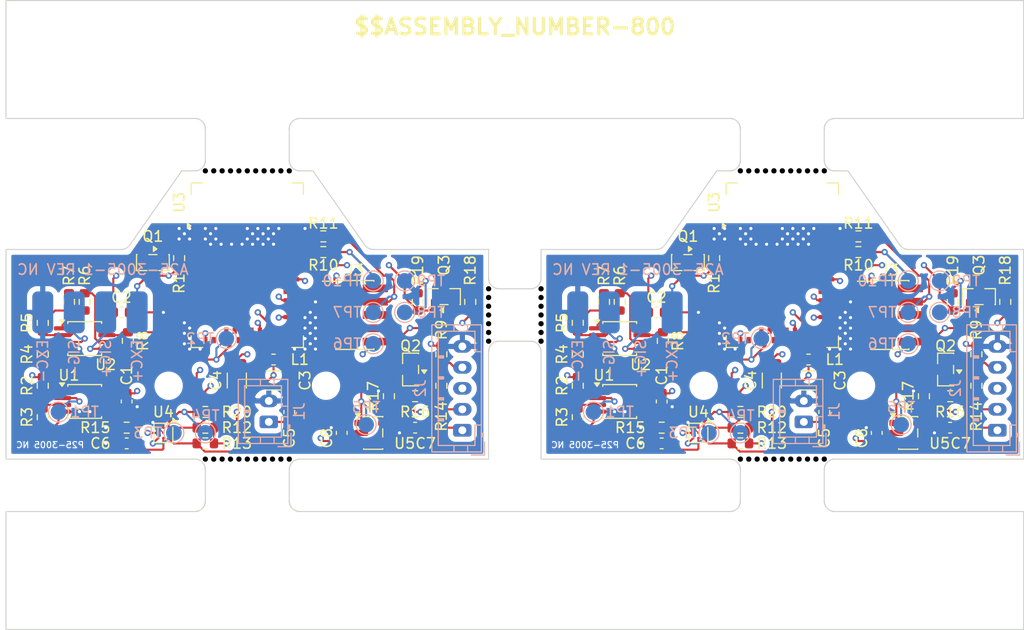
<source format=kicad_pcb>
(kicad_pcb
	(version 20241229)
	(generator "pcbnew")
	(generator_version "9.0")
	(general
		(thickness 1.6472)
		(legacy_teardrops no)
	)
	(paper "A4")
	(title_block
		(title "Panel Fabrication (Panel -800)")
		(rev "${REVISION}")
		(company "${COMPANY}")
	)
	(layers
		(0 "F.Cu" signal)
		(4 "In1.Cu" signal)
		(6 "In2.Cu" signal)
		(2 "B.Cu" signal)
		(9 "F.Adhes" user "F.Adhesive")
		(11 "B.Adhes" user "B.Adhesive")
		(13 "F.Paste" user)
		(15 "B.Paste" user)
		(5 "F.SilkS" user "F.Silkscreen")
		(7 "B.SilkS" user "B.Silkscreen")
		(1 "F.Mask" user)
		(3 "B.Mask" user)
		(17 "Dwgs.User" user "AssyTitlePage")
		(19 "Cmts.User" user "User.Comments")
		(21 "Eco1.User" user "F.DNP")
		(23 "Eco2.User" user "B.DNP")
		(25 "Edge.Cuts" user)
		(27 "Margin" user)
		(31 "F.CrtYd" user "F.Courtyard")
		(29 "B.CrtYd" user "B.Courtyard")
		(35 "F.Fab" user)
		(33 "B.Fab" user)
		(39 "User.1" user "DrillMap")
		(41 "User.2" user "F.TestPoint")
		(43 "User.3" user "B.TestPoint")
		(45 "User.4" user "F.AssemblyText")
		(47 "User.5" user "B.AssemblyText")
		(49 "User.6" user "F.Dimensions")
		(51 "User.7" user "B.Dimensions")
		(53 "User.8" user "F.TestPointList")
		(55 "User.9" user "B.TestPointList")
	)
	(setup
		(stackup
			(layer "F.SilkS"
				(type "Top Silk Screen")
				(color "White")
			)
			(layer "F.Paste"
				(type "Top Solder Paste")
			)
			(layer "F.Mask"
				(type "Top Solder Mask")
				(color "Green")
				(thickness 0.0305)
			)
			(layer "F.Cu"
				(type "copper")
				(thickness 0.035)
			)
			(layer "dielectric 1"
				(type "prepreg")
				(color "FR4 natural")
				(thickness 0.2104)
				(material "FR4")
				(epsilon_r 4.4)
				(loss_tangent 0.02)
			)
			(layer "In1.Cu"
				(type "copper")
				(thickness 0.0152)
			)
			(layer "dielectric 2"
				(type "core")
				(color "FR4 natural")
				(thickness 1.065)
				(material "FR4")
				(epsilon_r 4.6)
				(loss_tangent 0.02)
			)
			(layer "In2.Cu"
				(type "copper")
				(thickness 0.0152)
			)
			(layer "dielectric 3"
				(type "prepreg")
				(color "FR4 natural")
				(thickness 0.2104)
				(material "FR4")
				(epsilon_r 4.4)
				(loss_tangent 0.02)
			)
			(layer "B.Cu"
				(type "copper")
				(thickness 0.035)
			)
			(layer "B.Mask"
				(type "Bottom Solder Mask")
				(color "Green")
				(thickness 0.0305)
			)
			(layer "B.Paste"
				(type "Bottom Solder Paste")
			)
			(layer "B.SilkS"
				(type "Bottom Silk Screen")
				(color "White")
			)
			(copper_finish "HAL SnPb")
			(dielectric_constraints no)
		)
		(pad_to_mask_clearance 0)
		(allow_soldermask_bridges_in_footprints no)
		(tenting front back)
		(aux_axis_origin 100 20)
		(grid_origin 100 20)
		(pcbplotparams
			(layerselection 0x00000000_00000000_55555555_5755f5ff)
			(plot_on_all_layers_selection 0x00000000_00000000_00000000_00000000)
			(disableapertmacros no)
			(usegerberextensions no)
			(usegerberattributes yes)
			(usegerberadvancedattributes yes)
			(creategerberjobfile yes)
			(dashed_line_dash_ratio 12.000000)
			(dashed_line_gap_ratio 3.000000)
			(svgprecision 4)
			(plotframeref no)
			(mode 1)
			(useauxorigin no)
			(hpglpennumber 1)
			(hpglpenspeed 20)
			(hpglpendiameter 15.000000)
			(pdf_front_fp_property_popups yes)
			(pdf_back_fp_property_popups yes)
			(pdf_metadata yes)
			(pdf_single_document no)
			(dxfpolygonmode yes)
			(dxfimperialunits yes)
			(dxfusepcbnewfont yes)
			(psnegative no)
			(psa4output no)
			(plot_black_and_white yes)
			(sketchpadsonfab no)
			(plotpadnumbers no)
			(hidednponfab no)
			(sketchdnponfab yes)
			(crossoutdnponfab yes)
			(subtractmaskfromsilk no)
			(outputformat 1)
			(mirror no)
			(drillshape 1)
			(scaleselection 1)
			(outputdirectory "")
		)
	)
	(net 0 "")
	(net 1 "Board_0-+3.3V")
	(net 2 "Board_0-/Project Architecture/BLE Controller/LOAD_CELL")
	(net 3 "Board_0-/Project Architecture/BLE Controller/SCL")
	(net 4 "Board_0-/Project Architecture/BLE Controller/SDA")
	(net 5 "Board_0-/Project Architecture/BLE Controller/~{BATT_INT}")
	(net 6 "Board_0-/Project Architecture/BLE Controller/~{LOAD_CELL_EN}")
	(net 7 "Board_0-/Project Architecture/BLE Controller/~{PAIR_LED}")
	(net 8 "Board_0-/Project Architecture/BLE Controller/~{PAIR_SW}")
	(net 9 "Board_0-/Project Architecture/Load Cell Amp/EXC+")
	(net 10 "Board_0-/Project Architecture/Load Cell Amp/SIG+")
	(net 11 "Board_0-/Project Architecture/Load Cell Amp/SIG-")
	(net 12 "Board_0-/Project Architecture/Power and Interface/CHARGE_LED_IO")
	(net 13 "Board_0-/Project Architecture/Power and Interface/PAIR_LED_IO")
	(net 14 "Board_0-/Project Architecture/Power and Interface/STAT")
	(net 15 "Board_0-/Project Architecture/Power and Interface/SWDCLK")
	(net 16 "Board_0-/Project Architecture/Power and Interface/SWDIO")
	(net 17 "Board_0-/Project Architecture/Power and Interface/~{RESET}")
	(net 18 "Board_0-GND")
	(net 19 "Board_0-Net-(J1-Pin_1)")
	(net 20 "Board_0-Net-(Q2-S)")
	(net 21 "Board_0-Net-(Q3-S)")
	(net 22 "Board_0-Net-(R5-Pad1)")
	(net 23 "Board_0-Net-(U1A-+)")
	(net 24 "Board_0-Net-(U1A--)")
	(net 25 "Board_0-Net-(U1B--)")
	(net 26 "Board_0-Net-(U2A--)")
	(net 27 "Board_0-Net-(U2B--)")
	(net 28 "Board_0-Net-(U3-DCCH)")
	(net 29 "Board_0-Net-(U3-SWDCLK)")
	(net 30 "Board_0-Net-(U3-SWDIO)")
	(net 31 "Board_0-Net-(U4-BIN)")
	(net 32 "Board_0-Net-(U4-VDD)")
	(net 33 "Board_0-Net-(U5-PROG)")
	(net 34 "Board_0-VBUS")
	(net 35 "Board_0-VDD")
	(net 36 "Board_0-unconnected-(J3-KEY-Pad7)")
	(net 37 "Board_0-unconnected-(J3-NC{slash}TDI-Pad8)")
	(net 38 "Board_0-unconnected-(J3-SWO{slash}TDO-Pad6)")
	(net 39 "Board_0-unconnected-(U3-D+-Pad35)")
	(net 40 "Board_0-unconnected-(U3-D--Pad34)")
	(net 41 "Board_0-unconnected-(U3-P0.00-Pad17)")
	(net 42 "Board_0-unconnected-(U3-P0.01-Pad18)")
	(net 43 "Board_0-unconnected-(U3-P0.02-Pad11)")
	(net 44 "Board_0-unconnected-(U3-P0.03-Pad9)")
	(net 45 "Board_0-unconnected-(U3-P0.05-Pad21)")
	(net 46 "Board_0-unconnected-(U3-P0.06-Pad22)")
	(net 47 "Board_0-unconnected-(U3-P0.07-Pad23)")
	(net 48 "Board_0-unconnected-(U3-P0.08-Pad24)")
	(net 49 "Board_0-unconnected-(U3-P0.09-Pad52)")
	(net 50 "Board_0-unconnected-(U3-P0.10-Pad54)")
	(net 51 "Board_0-unconnected-(U3-P0.13-Pad37)")
	(net 52 "Board_0-unconnected-(U3-P0.15-Pad39)")
	(net 53 "Board_0-unconnected-(U3-P0.16-Pad38)")
	(net 54 "Board_0-unconnected-(U3-P0.17-Pad41)")
	(net 55 "Board_0-unconnected-(U3-P0.19-Pad42)")
	(net 56 "Board_0-unconnected-(U3-P0.21-Pad43)")
	(net 57 "Board_0-unconnected-(U3-P0.22-Pad46)")
	(net 58 "Board_0-unconnected-(U3-P0.23-Pad45)")
	(net 59 "Board_0-unconnected-(U3-P0.24-Pad48)")
	(net 60 "Board_0-unconnected-(U3-P0.25-Pad49)")
	(net 61 "Board_0-unconnected-(U3-P0.26-Pad19)")
	(net 62 "Board_0-unconnected-(U3-P0.28-Pad13)")
	(net 63 "Board_0-unconnected-(U3-P0.29-Pad10)")
	(net 64 "Board_0-unconnected-(U3-P0.30-Pad14)")
	(net 65 "Board_0-unconnected-(U3-P0.31-Pad12)")
	(net 66 "Board_0-unconnected-(U3-P1.00-Pad47)")
	(net 67 "Board_0-unconnected-(U3-P1.01-Pad61)")
	(net 68 "Board_0-unconnected-(U3-P1.03-Pad60)")
	(net 69 "Board_0-unconnected-(U3-P1.04-Pad56)")
	(net 70 "Board_0-unconnected-(U3-P1.05-Pad59)")
	(net 71 "Board_0-unconnected-(U3-P1.06-Pad57)")
	(net 72 "Board_0-unconnected-(U3-P1.07-Pad58)")
	(net 73 "Board_0-unconnected-(U3-P1.08-Pad25)")
	(net 74 "Board_0-unconnected-(U3-P1.09-Pad26)")
	(net 75 "Board_0-unconnected-(U3-P1.10-Pad3)")
	(net 76 "Board_0-unconnected-(U3-P1.12-Pad5)")
	(net 77 "Board_0-unconnected-(U3-P1.13-Pad6)")
	(net 78 "Board_0-unconnected-(U3-P1.14-Pad7)")
	(net 79 "Board_0-unconnected-(U3-P1.15-Pad8)")
	(net 80 "Board_0-unconnected-(U3-VBUS-Pad32)")
	(net 81 "Board_1-+3.3V")
	(net 82 "Board_1-/Project Architecture/BLE Controller/LOAD_CELL")
	(net 83 "Board_1-/Project Architecture/BLE Controller/SCL")
	(net 84 "Board_1-/Project Architecture/BLE Controller/SDA")
	(net 85 "Board_1-/Project Architecture/BLE Controller/~{BATT_INT}")
	(net 86 "Board_1-/Project Architecture/BLE Controller/~{LOAD_CELL_EN}")
	(net 87 "Board_1-/Project Architecture/BLE Controller/~{PAIR_LED}")
	(net 88 "Board_1-/Project Architecture/BLE Controller/~{PAIR_SW}")
	(net 89 "Board_1-/Project Architecture/Load Cell Amp/EXC+")
	(net 90 "Board_1-/Project Architecture/Load Cell Amp/SIG+")
	(net 91 "Board_1-/Project Architecture/Load Cell Amp/SIG-")
	(net 92 "Board_1-/Project Architecture/Power and Interface/CHARGE_LED_IO")
	(net 93 "Board_1-/Project Architecture/Power and Interface/PAIR_LED_IO")
	(net 94 "Board_1-/Project Architecture/Power and Interface/STAT")
	(net 95 "Board_1-/Project Architecture/Power and Interface/SWDCLK")
	(net 96 "Board_1-/Project Architecture/Power and Interface/SWDIO")
	(net 97 "Board_1-/Project Architecture/Power and Interface/~{RESET}")
	(net 98 "Board_1-GND")
	(net 99 "Board_1-Net-(J1-Pin_1)")
	(net 100 "Board_1-Net-(Q2-S)")
	(net 101 "Board_1-Net-(Q3-S)")
	(net 102 "Board_1-Net-(R5-Pad1)")
	(net 103 "Board_1-Net-(U1A-+)")
	(net 104 "Board_1-Net-(U1A--)")
	(net 105 "Board_1-Net-(U1B--)")
	(net 106 "Board_1-Net-(U2A--)")
	(net 107 "Board_1-Net-(U2B--)")
	(net 108 "Board_1-Net-(U3-DCCH)")
	(net 109 "Board_1-Net-(U3-SWDCLK)")
	(net 110 "Board_1-Net-(U3-SWDIO)")
	(net 111 "Board_1-Net-(U4-BIN)")
	(net 112 "Board_1-Net-(U4-VDD)")
	(net 113 "Board_1-Net-(U5-PROG)")
	(net 114 "Board_1-VBUS")
	(net 115 "Board_1-VDD")
	(net 116 "Board_1-unconnected-(J3-KEY-Pad7)")
	(net 117 "Board_1-unconnected-(J3-NC{slash}TDI-Pad8)")
	(net 118 "Board_1-unconnected-(J3-SWO{slash}TDO-Pad6)")
	(net 119 "Board_1-unconnected-(U3-D+-Pad35)")
	(net 120 "Board_1-unconnected-(U3-D--Pad34)")
	(net 121 "Board_1-unconnected-(U3-P0.00-Pad17)")
	(net 122 "Board_1-unconnected-(U3-P0.01-Pad18)")
	(net 123 "Board_1-unconnected-(U3-P0.02-Pad11)")
	(net 124 "Board_1-unconnected-(U3-P0.03-Pad9)")
	(net 125 "Board_1-unconnected-(U3-P0.05-Pad21)")
	(net 126 "Board_1-unconnected-(U3-P0.06-Pad22)")
	(net 127 "Board_1-unconnected-(U3-P0.07-Pad23)")
	(net 128 "Board_1-unconnected-(U3-P0.08-Pad24)")
	(net 129 "Board_1-unconnected-(U3-P0.09-Pad52)")
	(net 130 "Board_1-unconnected-(U3-P0.10-Pad54)")
	(net 131 "Board_1-unconnected-(U3-P0.13-Pad37)")
	(net 132 "Board_1-unconnected-(U3-P0.15-Pad39)")
	(net 133 "Board_1-unconnected-(U3-P0.16-Pad38)")
	(net 134 "Board_1-unconnected-(U3-P0.17-Pad41)")
	(net 135 "Board_1-unconnected-(U3-P0.19-Pad42)")
	(net 136 "Board_1-unconnected-(U3-P0.21-Pad43)")
	(net 137 "Board_1-unconnected-(U3-P0.22-Pad46)")
	(net 138 "Board_1-unconnected-(U3-P0.23-Pad45)")
	(net 139 "Board_1-unconnected-(U3-P0.24-Pad48)")
	(net 140 "Board_1-unconnected-(U3-P0.25-Pad49)")
	(net 141 "Board_1-unconnected-(U3-P0.26-Pad19)")
	(net 142 "Board_1-unconnected-(U3-P0.28-Pad13)")
	(net 143 "Board_1-unconnected-(U3-P0.29-Pad10)")
	(net 144 "Board_1-unconnected-(U3-P0.30-Pad14)")
	(net 145 "Board_1-unconnected-(U3-P0.31-Pad12)")
	(net 146 "Board_1-unconnected-(U3-P1.00-Pad47)")
	(net 147 "Board_1-unconnected-(U3-P1.01-Pad61)")
	(net 148 "Board_1-unconnected-(U3-P1.03-Pad60)")
	(net 149 "Board_1-unconnected-(U3-P1.04-Pad56)")
	(net 150 "Board_1-unconnected-(U3-P1.05-Pad59)")
	(net 151 "Board_1-unconnected-(U3-P1.06-Pad57)")
	(net 152 "Board_1-unconnected-(U3-P1.07-Pad58)")
	(net 153 "Board_1-unconnected-(U3-P1.08-Pad25)")
	(net 154 "Board_1-unconnected-(U3-P1.09-Pad26)")
	(net 155 "Board_1-unconnected-(U3-P1.10-Pad3)")
	(net 156 "Board_1-unconnected-(U3-P1.12-Pad5)")
	(net 157 "Board_1-unconnected-(U3-P1.13-Pad6)")
	(net 158 "Board_1-unconnected-(U3-P1.14-Pad7)")
	(net 159 "Board_1-unconnected-(U3-P1.15-Pad8)")
	(net 160 "Board_1-unconnected-(U3-VBUS-Pad32)")
	(footprint "NPTH" (layer "F.Cu") (at 123 36.24975))
	(footprint "Resistor_SMD:R_0603_1608Metric" (layer "F.Cu") (at 103.5 59.74975 90))
	(footprint "Resistor_SMD:R_0603_1608Metric" (layer "F.Cu") (at 103.5 50.74975 -90))
	(footprint "NPTH" (layer "F.Cu") (at 174.8 36.24975))
	(footprint "NPTH" (layer "F.Cu") (at 170.8 36.24975))
	(footprint "NPTH" (layer "F.Cu") (at 125.4 36.24975))
	(footprint "Resistor_SMD:R_0603_1608Metric" (layer "F.Cu") (at 111.5 60.74975 180))
	(footprint "Resistor_SMD:R_0603_1608Metric" (layer "F.Cu") (at 111.6125 52.47475 -90))
	(footprint "NPTH" (layer "F.Cu") (at 119.8 63.74975))
	(footprint "Capacitor_SMD:C_0603_1608Metric" (layer "F.Cu") (at 111.5 58.24975 -90))
	(footprint "NPTH" (layer "F.Cu") (at 120.6 36.24975))
	(footprint "Resistor_SMD:R_0603_1608Metric" (layer "F.Cu") (at 162.6125 52.47475 -90))
	(footprint "Resistor_SMD:R_0603_1608Metric" (layer "F.Cu") (at 154.5 56.74975 90))
	(footprint "NPTH" (layer "F.Cu") (at 119.8 36.24975))
	(footprint "Resistor_SMD:R_0603_1608Metric" (layer "F.Cu") (at 107.5 48.74975 -90))
	(footprint "MountingHole:MountingHole_2.2mm_M2_ISO7380" (layer "F.Cu") (at 115.5 56.74975))
	(footprint "Resistor_SMD:R_0603_1608Metric" (layer "F.Cu") (at 154.5 53.74975 -90))
	(footprint "Capacitor_SMD:C_1206_3216Metric" (layer "F.Cu") (at 176.5 56.24975))
	(footprint "Capacitor_SMD:C_0603_1608Metric" (layer "F.Cu") (at 162.5 62.24975 180))
	(footprint "NPTH" (layer "F.Cu") (at 172.4 63.74975))
	(footprint "Resistor_SMD:R_0603_1608Metric" (layer "F.Cu") (at 130.25 43.99975 180))
	(footprint "Resistor_SMD:R_0603_1608Metric" (layer "F.Cu") (at 119 62.24975 180))
	(footprint "Capacitor_SMD:C_0603_1608Metric" (layer "F.Cu") (at 127 59.24975 90))
	(footprint "NPTH" (layer "F.Cu") (at 170 63.74975))
	(footprint "NPTH" (layer "F.Cu") (at 177.2 36.24975))
	(footprint "NPTH" (layer "F.Cu") (at 124.6 63.74975))
	(footprint "Capacitor_SMD:C_0603_1608Metric" (layer "F.Cu") (at 178 59.24975 90))
	(footprint "NPTH" (layer "F.Cu") (at 176.4 36.24975))
	(footprint "Resistor_SMD:R_0603_1608Metric" (layer "F.Cu") (at 158.5 48.74975 -90))
	(footprint "NPTH" (layer "F.Cu") (at 146 49.166417))
	(footprint "Resistor_SMD:R_0603_1608Metric" (layer "F.Cu") (at 106 48.74975 -90))
	(footprint "NPTH" (layer "F.Cu") (at 178 36.24975))
	(footprint "Resistor_SMD:R_0603_1608Metric" (layer "F.Cu") (at 154.5 59.74975 90))
	(footprint "NPTH" (layer "F.Cu") (at 175.6 36.24975))
	(footprint "Resistor_SMD:R_0603_1608Metric" (layer "F.Cu") (at 167.5 44.57475 90))
	(footprint "NPTH" (layer "F.Cu") (at 151 49.166417))
	(footprint "Resistor_SMD:R_0603_1608Metric" (layer "F.Cu") (at 144.25 48.74975 -90))
	(footprint "NPTH" (layer "F.Cu") (at 175.6 63.74975))
	(footprint "NPTH" (layer "F.Cu") (at 173.2 63.74975))
	(footprint "Resistor_SMD:R_0603_1608Metric" (layer "F.Cu") (at 141.5 53.74975 -90))
	(footprint "Resistor_SMD:R_0603_1608Metric" (layer "F.Cu") (at 192.5 53.74975 -90))
	(footprint "Package_BGA:Texas_DSBGA-9_1.62x1.58mm_Layout3x3_P0.5mm" (layer "F.Cu") (at 166 61.24975 -90))
	(footprint "NPTH" (layer "F.Cu") (at 123.8 36.24975))
	(footprint "NPTH" (layer "F.Cu") (at 174.8 63.74975))
	(footprint "NPTH" (layer "F.Cu") (at 171.6 36.24975))
	(footprint "Capacitor_SMD:C_0603_1608Metric" (layer "F.Cu") (at 139 60.74975 180))
	(footprint "Resistor_SMD:R_0603_1608Metric" (layer "F.Cu") (at 170 60.74975 180))
	(footprint "Package_TO_SOT_SMD:SOT-23" (layer "F.Cu") (at 192.75 48.24975 90))
	(footprint "NPTH" (layer "F.Cu") (at 126.2 36.24975))
	(footprint "Capacitor_SMD:C_1206_3216Metric" (layer "F.Cu") (at 122 56.24975 -90))
	(footprint "NPTH" (layer "F.Cu") (at 126.2 63.74975))
	(footprint "Package_SO:MSOP-8_3x3mm_P0.65mm" (layer "F.Cu") (at 158.5 52.24975))
	(footprint "NPTH" (layer "F.Cu") (at 119 63.74975))
	(footprint "Resistor_SMD:R_0603_1608Metric" (layer "F.Cu") (at 136.5 57.74975 90))
	(footprint "Resistor_SMD:R_0603_1608Metric" (layer "F.Cu") (at 154.5 50.74975 -90))
	(footprint "Inductor_SMD:L_0603_1608Metric" (layer "F.Cu") (at 125.5 54.24975))
	(footprint "MountingHole:MountingHole_2.2mm_M2_ISO7380" (layer "F.Cu") (at 166.5 56.74975))
	(footprint "Capacitor_SMD:C_1206_3216Metric" (layer "F.Cu") (at 173 56.24975 -90))
	(footprint "NPTH" (layer "F.Cu") (at 171.6 63.74975))
	(footprint "NPTH" (layer "F.Cu") (at 124.6 36.24975))
	(footprint "Resistor_SMD:R_0603_1608Metric" (layer "F.Cu") (at 103.5 56.74975 90))
	(footprint "NPTH" (layer "F.Cu") (at 121.4 63.74975))
	(footprint "NPTH" (layer "F.Cu") (at 174 63.74975))
	(footprint "NPTH" (layer "F.Cu") (at 120.6 63.74975))
	(footprint "Resistor_SMD:R_0603_1608Metric" (layer "F.Cu") (at 139.25 48.74975 -90))
	(footprint "Package_TO_SOT_SMD:SOT-23"
		(layer "F.Cu")
		(uuid "745ed5c8-d61f-491d-9283-1334a5e41d48")
		(at 189.5625 55.19975 180)
		(descr "SOT, 3 Pin (JEDEC TO-236 Var AB https://www.jedec.org/document_search?search_api_views_fulltext=TO-236), generated with kicad-footprint-generator ipc_gullwing_generator.py")
		(tags "SOT TO_SOT_SMD")
		(property "Reference" "Q2"
			(at 0 2.25 0)
			(unlocked yes)
			(layer "F.SilkS")
			(uuid "c751a26a-d343-4324-80b8-38126243ffa6")
			(effects
				(font
					(size 1 1)
					(thickness 0.15)
				)
			)
		)
		(property "Value" "Si2301CDS"
			(at 0 2.4 0)
			(unlocked yes)
			(layer "F.Fab")
			(hide yes)
			(uuid "9d44c7cf-e133-4150-8c1f-87294611f7f0")
			(effects
				(font
					(size 1 1)
					(thickness 0.15)
				)
			)
		)
		(property "Datasheet" "https://www.vishay.com/doc/?68741"
			(at 0 0 0)
			(layer "F.Fab")
			(hide yes)
			(uuid "de29d113-848e-4c60-9f3c-45d5a0c97f78")
			(effects
				(font
					(size 1.27 1.27)
					(thickness 0.15)
				)
			)
		)
		(property "Description" "-3.1A Id, -20V Vds, P-Channel MOSFET, SOT-23"
			(at 0 0 0)
			(layer "F.Fab")
			(hide yes)
			(uuid "46bcef75-8f35-4863-9a38-778f147144b1")
			(effects
				(font
					(size 1.27 1.27)
					(thickness 0.15)
				)
			)
		)
		(property "Manufacturer" "Vishay"
			(at 0 0 180)
			(unlocked yes)
			(layer "F.Fab")
			(hide yes)
			(uuid "46e9a300-2056-4521-ba0f-53a7ab46bde0")
			(effects
				(font
					(size 1 1)
					(thickness 0.15)
				)
			)
		)
		(property "Manufacturer PN" "Si2301CDS-T1-GE3"
			(at 0 0 180)
			(unlocked yes)
			(layer "F.Fab")
			(hide yes)
			(uuid "6d4bfd14-ff84-477e-8409-ec5cc3cd8b64")
			(effects
				(font
					(size 1 1)
					(thickness 0.15)
				)
			)
		)
		(property "LCSC" "C10487"
			(at 0 0 180)
			(unlocked yes)
			(layer "F.Fab")
			(hide yes)
			(uuid "2c7d6bbf-bdac-476e-9348-476cddada81d")
			(effects
				(font
					(size 1 1)
					(thickness 0.15)
				)
			)
		)
		(property "part" "Si2301CDS"
			(at 0 0 0)
			(layer "F.SilkS")
			(hide yes)
			(uuid "a7f710d0-2aca-4276-a235-8a10a531bd71")
			(effects
				(font
					(size 1.27 1.27)
					(thickness 0.15)
				)
			)
		)
		(path "/f6afef58-d841-4ad6-baf9-746b0a35f011/6c8ce547-8e28-496a-9003-0e7dbfd93e8c/df33d6d6-fa23-43f5-b866-ef3bda05fc2c")
		(attr smd)
		(fp_line
			(start 0.76 1.56)
			(end -0.76 1.56)
			(stroke
				(width 0.12)
				(type solid)
			)
			(layer "F.SilkS")
			(uuid "3c951c25-be02-4af1-9841-f32b0c2a127a")
		)
		(fp_line
			(start 0.76 0.56)
			(end 0.76 1.56)
			(stroke
				(width 0.12)
				(type solid)
			)
			(layer "F.SilkS")
			(uuid "e5c6ead4-a297-4e04-9734-844176acecf4")
		)
		(fp_line
			(start 0.76 -1.56)
			(end 0.76 -0.56)
			(stroke
				(width 0.12)
				(type solid
... [1040110 chars truncated]
</source>
